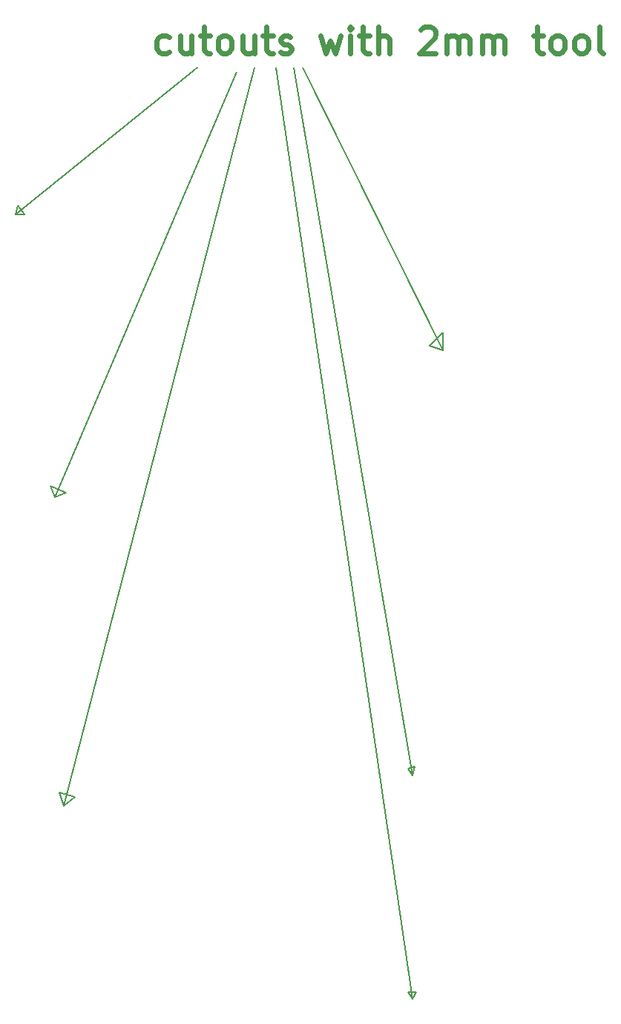
<source format=gbr>
G04 #@! TF.FileFunction,Other,Comment*
%FSLAX46Y46*%
G04 Gerber Fmt 4.6, Leading zero omitted, Abs format (unit mm)*
G04 Created by KiCad (PCBNEW 4.0.6) date 2018 May 30, Wednesday 17:12:06*
%MOMM*%
%LPD*%
G01*
G04 APERTURE LIST*
%ADD10C,0.100000*%
%ADD11C,0.200000*%
%ADD12C,0.600000*%
G04 APERTURE END LIST*
D10*
D11*
X-500000Y-96000000D02*
X-1000000Y-96750000D01*
X-1500000Y-96000000D02*
X-500000Y-96000000D01*
X-1000000Y-96750000D02*
X-1500000Y-96000000D01*
X-16500000Y9500000D02*
X-1000000Y-96750000D01*
X-1500000Y-70500000D02*
X-1000000Y-71250000D01*
X-750000Y-70250000D02*
X-1500000Y-70500000D01*
X-1000000Y-71250000D02*
X-750000Y-70250000D01*
X-14500000Y9500000D02*
X-1000000Y-71250000D01*
X1000000Y-22250000D02*
X2500000Y-22750000D01*
X2500000Y-20750000D02*
X1000000Y-22250000D01*
X2500000Y-22750000D02*
X2500000Y-20750000D01*
X-13500000Y9500000D02*
X2500000Y-22750000D01*
X-39500000Y-73750000D02*
X-40750000Y-74750000D01*
X-41250000Y-73250000D02*
X-39500000Y-73750000D01*
X-40750000Y-74750000D02*
X-41250000Y-73250000D01*
X-19000000Y9500000D02*
X-40750000Y-74750000D01*
X-40500000Y-39000000D02*
X-41750000Y-39500000D01*
X-42250000Y-38250000D02*
X-40500000Y-39000000D01*
X-41750000Y-39500000D02*
X-42250000Y-38250000D01*
X-21000000Y9000000D02*
X-41750000Y-39500000D01*
X-45250000Y-7250000D02*
X-46250000Y-7250000D01*
X-46000000Y-6250000D02*
X-45250000Y-7250000D01*
X-46250000Y-7250000D02*
X-46000000Y-6250000D01*
X-25500000Y9500000D02*
X-46250000Y-7250000D01*
D12*
X-28750001Y11285714D02*
X-29035715Y11142857D01*
X-29607144Y11142857D01*
X-29892858Y11285714D01*
X-30035715Y11428571D01*
X-30178572Y11714286D01*
X-30178572Y12571429D01*
X-30035715Y12857143D01*
X-29892858Y13000000D01*
X-29607144Y13142857D01*
X-29035715Y13142857D01*
X-28750001Y13000000D01*
X-26178572Y13142857D02*
X-26178572Y11142857D01*
X-27464286Y13142857D02*
X-27464286Y11571429D01*
X-27321429Y11285714D01*
X-27035715Y11142857D01*
X-26607143Y11142857D01*
X-26321429Y11285714D01*
X-26178572Y11428571D01*
X-25178572Y13142857D02*
X-24035715Y13142857D01*
X-24750000Y14142857D02*
X-24750000Y11571429D01*
X-24607143Y11285714D01*
X-24321429Y11142857D01*
X-24035715Y11142857D01*
X-22607143Y11142857D02*
X-22892857Y11285714D01*
X-23035714Y11428571D01*
X-23178571Y11714286D01*
X-23178571Y12571429D01*
X-23035714Y12857143D01*
X-22892857Y13000000D01*
X-22607143Y13142857D01*
X-22178571Y13142857D01*
X-21892857Y13000000D01*
X-21750000Y12857143D01*
X-21607143Y12571429D01*
X-21607143Y11714286D01*
X-21750000Y11428571D01*
X-21892857Y11285714D01*
X-22178571Y11142857D01*
X-22607143Y11142857D01*
X-19035714Y13142857D02*
X-19035714Y11142857D01*
X-20321428Y13142857D02*
X-20321428Y11571429D01*
X-20178571Y11285714D01*
X-19892857Y11142857D01*
X-19464285Y11142857D01*
X-19178571Y11285714D01*
X-19035714Y11428571D01*
X-18035714Y13142857D02*
X-16892857Y13142857D01*
X-17607142Y14142857D02*
X-17607142Y11571429D01*
X-17464285Y11285714D01*
X-17178571Y11142857D01*
X-16892857Y11142857D01*
X-16035713Y11285714D02*
X-15749999Y11142857D01*
X-15178571Y11142857D01*
X-14892856Y11285714D01*
X-14749999Y11571429D01*
X-14749999Y11714286D01*
X-14892856Y12000000D01*
X-15178571Y12142857D01*
X-15607142Y12142857D01*
X-15892856Y12285714D01*
X-16035713Y12571429D01*
X-16035713Y12714286D01*
X-15892856Y13000000D01*
X-15607142Y13142857D01*
X-15178571Y13142857D01*
X-14892856Y13000000D01*
X-11464286Y13142857D02*
X-10892857Y11142857D01*
X-10321428Y12571429D01*
X-9750000Y11142857D01*
X-9178571Y13142857D01*
X-8035714Y11142857D02*
X-8035714Y13142857D01*
X-8035714Y14142857D02*
X-8178571Y14000000D01*
X-8035714Y13857143D01*
X-7892857Y14000000D01*
X-8035714Y14142857D01*
X-8035714Y13857143D01*
X-7035715Y13142857D02*
X-5892858Y13142857D01*
X-6607143Y14142857D02*
X-6607143Y11571429D01*
X-6464286Y11285714D01*
X-6178572Y11142857D01*
X-5892858Y11142857D01*
X-4892857Y11142857D02*
X-4892857Y14142857D01*
X-3607143Y11142857D02*
X-3607143Y12714286D01*
X-3750000Y13000000D01*
X-4035714Y13142857D01*
X-4464286Y13142857D01*
X-4750000Y13000000D01*
X-4892857Y12857143D01*
X-35714Y13857143D02*
X107143Y14000000D01*
X392857Y14142857D01*
X1107143Y14142857D01*
X1392857Y14000000D01*
X1535714Y13857143D01*
X1678571Y13571429D01*
X1678571Y13285714D01*
X1535714Y12857143D01*
X-178572Y11142857D01*
X1678571Y11142857D01*
X2964286Y11142857D02*
X2964286Y13142857D01*
X2964286Y12857143D02*
X3107143Y13000000D01*
X3392857Y13142857D01*
X3821429Y13142857D01*
X4107143Y13000000D01*
X4250000Y12714286D01*
X4250000Y11142857D01*
X4250000Y12714286D02*
X4392857Y13000000D01*
X4678571Y13142857D01*
X5107143Y13142857D01*
X5392857Y13000000D01*
X5535714Y12714286D01*
X5535714Y11142857D01*
X6964286Y11142857D02*
X6964286Y13142857D01*
X6964286Y12857143D02*
X7107143Y13000000D01*
X7392857Y13142857D01*
X7821429Y13142857D01*
X8107143Y13000000D01*
X8250000Y12714286D01*
X8250000Y11142857D01*
X8250000Y12714286D02*
X8392857Y13000000D01*
X8678571Y13142857D01*
X9107143Y13142857D01*
X9392857Y13000000D01*
X9535714Y12714286D01*
X9535714Y11142857D01*
X12821428Y13142857D02*
X13964285Y13142857D01*
X13250000Y14142857D02*
X13250000Y11571429D01*
X13392857Y11285714D01*
X13678571Y11142857D01*
X13964285Y11142857D01*
X15392857Y11142857D02*
X15107143Y11285714D01*
X14964286Y11428571D01*
X14821429Y11714286D01*
X14821429Y12571429D01*
X14964286Y12857143D01*
X15107143Y13000000D01*
X15392857Y13142857D01*
X15821429Y13142857D01*
X16107143Y13000000D01*
X16250000Y12857143D01*
X16392857Y12571429D01*
X16392857Y11714286D01*
X16250000Y11428571D01*
X16107143Y11285714D01*
X15821429Y11142857D01*
X15392857Y11142857D01*
X18107143Y11142857D02*
X17821429Y11285714D01*
X17678572Y11428571D01*
X17535715Y11714286D01*
X17535715Y12571429D01*
X17678572Y12857143D01*
X17821429Y13000000D01*
X18107143Y13142857D01*
X18535715Y13142857D01*
X18821429Y13000000D01*
X18964286Y12857143D01*
X19107143Y12571429D01*
X19107143Y11714286D01*
X18964286Y11428571D01*
X18821429Y11285714D01*
X18535715Y11142857D01*
X18107143Y11142857D01*
X20821429Y11142857D02*
X20535715Y11285714D01*
X20392858Y11571429D01*
X20392858Y14142857D01*
M02*

</source>
